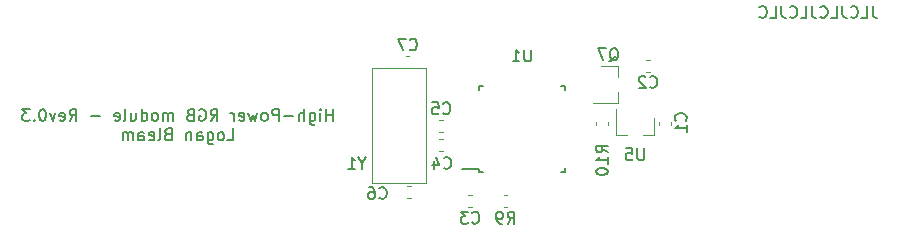
<source format=gbr>
G04 #@! TF.GenerationSoftware,KiCad,Pcbnew,(5.1.2)-2*
G04 #@! TF.CreationDate,2020-02-18T23:36:01-05:00*
G04 #@! TF.ProjectId,_autosave-AddressableLED,5f617574-6f73-4617-9665-2d4164647265,rev?*
G04 #@! TF.SameCoordinates,Original*
G04 #@! TF.FileFunction,Legend,Bot*
G04 #@! TF.FilePolarity,Positive*
%FSLAX46Y46*%
G04 Gerber Fmt 4.6, Leading zero omitted, Abs format (unit mm)*
G04 Created by KiCad (PCBNEW (5.1.2)-2) date 2020-02-18 23:36:01*
%MOMM*%
%LPD*%
G04 APERTURE LIST*
%ADD10C,0.150000*%
%ADD11C,0.120000*%
G04 APERTURE END LIST*
D10*
X169669047Y-100252380D02*
X169669047Y-100966666D01*
X169716666Y-101109523D01*
X169811904Y-101204761D01*
X169954761Y-101252380D01*
X170050000Y-101252380D01*
X168716666Y-101252380D02*
X169192857Y-101252380D01*
X169192857Y-100252380D01*
X167811904Y-101157142D02*
X167859523Y-101204761D01*
X168002380Y-101252380D01*
X168097619Y-101252380D01*
X168240476Y-101204761D01*
X168335714Y-101109523D01*
X168383333Y-101014285D01*
X168430952Y-100823809D01*
X168430952Y-100680952D01*
X168383333Y-100490476D01*
X168335714Y-100395238D01*
X168240476Y-100300000D01*
X168097619Y-100252380D01*
X168002380Y-100252380D01*
X167859523Y-100300000D01*
X167811904Y-100347619D01*
X167097619Y-100252380D02*
X167097619Y-100966666D01*
X167145238Y-101109523D01*
X167240476Y-101204761D01*
X167383333Y-101252380D01*
X167478571Y-101252380D01*
X166145238Y-101252380D02*
X166621428Y-101252380D01*
X166621428Y-100252380D01*
X165240476Y-101157142D02*
X165288095Y-101204761D01*
X165430952Y-101252380D01*
X165526190Y-101252380D01*
X165669047Y-101204761D01*
X165764285Y-101109523D01*
X165811904Y-101014285D01*
X165859523Y-100823809D01*
X165859523Y-100680952D01*
X165811904Y-100490476D01*
X165764285Y-100395238D01*
X165669047Y-100300000D01*
X165526190Y-100252380D01*
X165430952Y-100252380D01*
X165288095Y-100300000D01*
X165240476Y-100347619D01*
X164526190Y-100252380D02*
X164526190Y-100966666D01*
X164573809Y-101109523D01*
X164669047Y-101204761D01*
X164811904Y-101252380D01*
X164907142Y-101252380D01*
X163573809Y-101252380D02*
X164050000Y-101252380D01*
X164050000Y-100252380D01*
X162669047Y-101157142D02*
X162716666Y-101204761D01*
X162859523Y-101252380D01*
X162954761Y-101252380D01*
X163097619Y-101204761D01*
X163192857Y-101109523D01*
X163240476Y-101014285D01*
X163288095Y-100823809D01*
X163288095Y-100680952D01*
X163240476Y-100490476D01*
X163192857Y-100395238D01*
X163097619Y-100300000D01*
X162954761Y-100252380D01*
X162859523Y-100252380D01*
X162716666Y-100300000D01*
X162669047Y-100347619D01*
X161954761Y-100252380D02*
X161954761Y-100966666D01*
X162002380Y-101109523D01*
X162097619Y-101204761D01*
X162240476Y-101252380D01*
X162335714Y-101252380D01*
X161002380Y-101252380D02*
X161478571Y-101252380D01*
X161478571Y-100252380D01*
X160097619Y-101157142D02*
X160145238Y-101204761D01*
X160288095Y-101252380D01*
X160383333Y-101252380D01*
X160526190Y-101204761D01*
X160621428Y-101109523D01*
X160669047Y-101014285D01*
X160716666Y-100823809D01*
X160716666Y-100680952D01*
X160669047Y-100490476D01*
X160621428Y-100395238D01*
X160526190Y-100300000D01*
X160383333Y-100252380D01*
X160288095Y-100252380D01*
X160145238Y-100300000D01*
X160097619Y-100347619D01*
X123969047Y-109977380D02*
X123969047Y-108977380D01*
X123969047Y-109453571D02*
X123397619Y-109453571D01*
X123397619Y-109977380D02*
X123397619Y-108977380D01*
X122921428Y-109977380D02*
X122921428Y-109310714D01*
X122921428Y-108977380D02*
X122969047Y-109025000D01*
X122921428Y-109072619D01*
X122873809Y-109025000D01*
X122921428Y-108977380D01*
X122921428Y-109072619D01*
X122016666Y-109310714D02*
X122016666Y-110120238D01*
X122064285Y-110215476D01*
X122111904Y-110263095D01*
X122207142Y-110310714D01*
X122350000Y-110310714D01*
X122445238Y-110263095D01*
X122016666Y-109929761D02*
X122111904Y-109977380D01*
X122302380Y-109977380D01*
X122397619Y-109929761D01*
X122445238Y-109882142D01*
X122492857Y-109786904D01*
X122492857Y-109501190D01*
X122445238Y-109405952D01*
X122397619Y-109358333D01*
X122302380Y-109310714D01*
X122111904Y-109310714D01*
X122016666Y-109358333D01*
X121540476Y-109977380D02*
X121540476Y-108977380D01*
X121111904Y-109977380D02*
X121111904Y-109453571D01*
X121159523Y-109358333D01*
X121254761Y-109310714D01*
X121397619Y-109310714D01*
X121492857Y-109358333D01*
X121540476Y-109405952D01*
X120635714Y-109596428D02*
X119873809Y-109596428D01*
X119397619Y-109977380D02*
X119397619Y-108977380D01*
X119016666Y-108977380D01*
X118921428Y-109025000D01*
X118873809Y-109072619D01*
X118826190Y-109167857D01*
X118826190Y-109310714D01*
X118873809Y-109405952D01*
X118921428Y-109453571D01*
X119016666Y-109501190D01*
X119397619Y-109501190D01*
X118254761Y-109977380D02*
X118350000Y-109929761D01*
X118397619Y-109882142D01*
X118445238Y-109786904D01*
X118445238Y-109501190D01*
X118397619Y-109405952D01*
X118350000Y-109358333D01*
X118254761Y-109310714D01*
X118111904Y-109310714D01*
X118016666Y-109358333D01*
X117969047Y-109405952D01*
X117921428Y-109501190D01*
X117921428Y-109786904D01*
X117969047Y-109882142D01*
X118016666Y-109929761D01*
X118111904Y-109977380D01*
X118254761Y-109977380D01*
X117588095Y-109310714D02*
X117397619Y-109977380D01*
X117207142Y-109501190D01*
X117016666Y-109977380D01*
X116826190Y-109310714D01*
X116064285Y-109929761D02*
X116159523Y-109977380D01*
X116350000Y-109977380D01*
X116445238Y-109929761D01*
X116492857Y-109834523D01*
X116492857Y-109453571D01*
X116445238Y-109358333D01*
X116350000Y-109310714D01*
X116159523Y-109310714D01*
X116064285Y-109358333D01*
X116016666Y-109453571D01*
X116016666Y-109548809D01*
X116492857Y-109644047D01*
X115588095Y-109977380D02*
X115588095Y-109310714D01*
X115588095Y-109501190D02*
X115540476Y-109405952D01*
X115492857Y-109358333D01*
X115397619Y-109310714D01*
X115302380Y-109310714D01*
X113635714Y-109977380D02*
X113969047Y-109501190D01*
X114207142Y-109977380D02*
X114207142Y-108977380D01*
X113826190Y-108977380D01*
X113730952Y-109025000D01*
X113683333Y-109072619D01*
X113635714Y-109167857D01*
X113635714Y-109310714D01*
X113683333Y-109405952D01*
X113730952Y-109453571D01*
X113826190Y-109501190D01*
X114207142Y-109501190D01*
X112683333Y-109025000D02*
X112778571Y-108977380D01*
X112921428Y-108977380D01*
X113064285Y-109025000D01*
X113159523Y-109120238D01*
X113207142Y-109215476D01*
X113254761Y-109405952D01*
X113254761Y-109548809D01*
X113207142Y-109739285D01*
X113159523Y-109834523D01*
X113064285Y-109929761D01*
X112921428Y-109977380D01*
X112826190Y-109977380D01*
X112683333Y-109929761D01*
X112635714Y-109882142D01*
X112635714Y-109548809D01*
X112826190Y-109548809D01*
X111873809Y-109453571D02*
X111730952Y-109501190D01*
X111683333Y-109548809D01*
X111635714Y-109644047D01*
X111635714Y-109786904D01*
X111683333Y-109882142D01*
X111730952Y-109929761D01*
X111826190Y-109977380D01*
X112207142Y-109977380D01*
X112207142Y-108977380D01*
X111873809Y-108977380D01*
X111778571Y-109025000D01*
X111730952Y-109072619D01*
X111683333Y-109167857D01*
X111683333Y-109263095D01*
X111730952Y-109358333D01*
X111778571Y-109405952D01*
X111873809Y-109453571D01*
X112207142Y-109453571D01*
X110445238Y-109977380D02*
X110445238Y-109310714D01*
X110445238Y-109405952D02*
X110397619Y-109358333D01*
X110302380Y-109310714D01*
X110159523Y-109310714D01*
X110064285Y-109358333D01*
X110016666Y-109453571D01*
X110016666Y-109977380D01*
X110016666Y-109453571D02*
X109969047Y-109358333D01*
X109873809Y-109310714D01*
X109730952Y-109310714D01*
X109635714Y-109358333D01*
X109588095Y-109453571D01*
X109588095Y-109977380D01*
X108969047Y-109977380D02*
X109064285Y-109929761D01*
X109111904Y-109882142D01*
X109159523Y-109786904D01*
X109159523Y-109501190D01*
X109111904Y-109405952D01*
X109064285Y-109358333D01*
X108969047Y-109310714D01*
X108826190Y-109310714D01*
X108730952Y-109358333D01*
X108683333Y-109405952D01*
X108635714Y-109501190D01*
X108635714Y-109786904D01*
X108683333Y-109882142D01*
X108730952Y-109929761D01*
X108826190Y-109977380D01*
X108969047Y-109977380D01*
X107778571Y-109977380D02*
X107778571Y-108977380D01*
X107778571Y-109929761D02*
X107873809Y-109977380D01*
X108064285Y-109977380D01*
X108159523Y-109929761D01*
X108207142Y-109882142D01*
X108254761Y-109786904D01*
X108254761Y-109501190D01*
X108207142Y-109405952D01*
X108159523Y-109358333D01*
X108064285Y-109310714D01*
X107873809Y-109310714D01*
X107778571Y-109358333D01*
X106873809Y-109310714D02*
X106873809Y-109977380D01*
X107302380Y-109310714D02*
X107302380Y-109834523D01*
X107254761Y-109929761D01*
X107159523Y-109977380D01*
X107016666Y-109977380D01*
X106921428Y-109929761D01*
X106873809Y-109882142D01*
X106254761Y-109977380D02*
X106350000Y-109929761D01*
X106397619Y-109834523D01*
X106397619Y-108977380D01*
X105492857Y-109929761D02*
X105588095Y-109977380D01*
X105778571Y-109977380D01*
X105873809Y-109929761D01*
X105921428Y-109834523D01*
X105921428Y-109453571D01*
X105873809Y-109358333D01*
X105778571Y-109310714D01*
X105588095Y-109310714D01*
X105492857Y-109358333D01*
X105445238Y-109453571D01*
X105445238Y-109548809D01*
X105921428Y-109644047D01*
X104254761Y-109596428D02*
X103492857Y-109596428D01*
X101683333Y-109977380D02*
X102016666Y-109501190D01*
X102254761Y-109977380D02*
X102254761Y-108977380D01*
X101873809Y-108977380D01*
X101778571Y-109025000D01*
X101730952Y-109072619D01*
X101683333Y-109167857D01*
X101683333Y-109310714D01*
X101730952Y-109405952D01*
X101778571Y-109453571D01*
X101873809Y-109501190D01*
X102254761Y-109501190D01*
X100873809Y-109929761D02*
X100969047Y-109977380D01*
X101159523Y-109977380D01*
X101254761Y-109929761D01*
X101302380Y-109834523D01*
X101302380Y-109453571D01*
X101254761Y-109358333D01*
X101159523Y-109310714D01*
X100969047Y-109310714D01*
X100873809Y-109358333D01*
X100826190Y-109453571D01*
X100826190Y-109548809D01*
X101302380Y-109644047D01*
X100492857Y-109310714D02*
X100254761Y-109977380D01*
X100016666Y-109310714D01*
X99445238Y-108977380D02*
X99350000Y-108977380D01*
X99254761Y-109025000D01*
X99207142Y-109072619D01*
X99159523Y-109167857D01*
X99111904Y-109358333D01*
X99111904Y-109596428D01*
X99159523Y-109786904D01*
X99207142Y-109882142D01*
X99254761Y-109929761D01*
X99350000Y-109977380D01*
X99445238Y-109977380D01*
X99540476Y-109929761D01*
X99588095Y-109882142D01*
X99635714Y-109786904D01*
X99683333Y-109596428D01*
X99683333Y-109358333D01*
X99635714Y-109167857D01*
X99588095Y-109072619D01*
X99540476Y-109025000D01*
X99445238Y-108977380D01*
X98683333Y-109882142D02*
X98635714Y-109929761D01*
X98683333Y-109977380D01*
X98730952Y-109929761D01*
X98683333Y-109882142D01*
X98683333Y-109977380D01*
X98302380Y-108977380D02*
X97683333Y-108977380D01*
X98016666Y-109358333D01*
X97873809Y-109358333D01*
X97778571Y-109405952D01*
X97730952Y-109453571D01*
X97683333Y-109548809D01*
X97683333Y-109786904D01*
X97730952Y-109882142D01*
X97778571Y-109929761D01*
X97873809Y-109977380D01*
X98159523Y-109977380D01*
X98254761Y-109929761D01*
X98302380Y-109882142D01*
X115040476Y-111627380D02*
X115516666Y-111627380D01*
X115516666Y-110627380D01*
X114564285Y-111627380D02*
X114659523Y-111579761D01*
X114707142Y-111532142D01*
X114754761Y-111436904D01*
X114754761Y-111151190D01*
X114707142Y-111055952D01*
X114659523Y-111008333D01*
X114564285Y-110960714D01*
X114421428Y-110960714D01*
X114326190Y-111008333D01*
X114278571Y-111055952D01*
X114230952Y-111151190D01*
X114230952Y-111436904D01*
X114278571Y-111532142D01*
X114326190Y-111579761D01*
X114421428Y-111627380D01*
X114564285Y-111627380D01*
X113373809Y-110960714D02*
X113373809Y-111770238D01*
X113421428Y-111865476D01*
X113469047Y-111913095D01*
X113564285Y-111960714D01*
X113707142Y-111960714D01*
X113802380Y-111913095D01*
X113373809Y-111579761D02*
X113469047Y-111627380D01*
X113659523Y-111627380D01*
X113754761Y-111579761D01*
X113802380Y-111532142D01*
X113850000Y-111436904D01*
X113850000Y-111151190D01*
X113802380Y-111055952D01*
X113754761Y-111008333D01*
X113659523Y-110960714D01*
X113469047Y-110960714D01*
X113373809Y-111008333D01*
X112469047Y-111627380D02*
X112469047Y-111103571D01*
X112516666Y-111008333D01*
X112611904Y-110960714D01*
X112802380Y-110960714D01*
X112897619Y-111008333D01*
X112469047Y-111579761D02*
X112564285Y-111627380D01*
X112802380Y-111627380D01*
X112897619Y-111579761D01*
X112945238Y-111484523D01*
X112945238Y-111389285D01*
X112897619Y-111294047D01*
X112802380Y-111246428D01*
X112564285Y-111246428D01*
X112469047Y-111198809D01*
X111992857Y-110960714D02*
X111992857Y-111627380D01*
X111992857Y-111055952D02*
X111945238Y-111008333D01*
X111850000Y-110960714D01*
X111707142Y-110960714D01*
X111611904Y-111008333D01*
X111564285Y-111103571D01*
X111564285Y-111627380D01*
X109992857Y-111103571D02*
X109849999Y-111151190D01*
X109802380Y-111198809D01*
X109754761Y-111294047D01*
X109754761Y-111436904D01*
X109802380Y-111532142D01*
X109849999Y-111579761D01*
X109945238Y-111627380D01*
X110326190Y-111627380D01*
X110326190Y-110627380D01*
X109992857Y-110627380D01*
X109897619Y-110675000D01*
X109849999Y-110722619D01*
X109802380Y-110817857D01*
X109802380Y-110913095D01*
X109849999Y-111008333D01*
X109897619Y-111055952D01*
X109992857Y-111103571D01*
X110326190Y-111103571D01*
X109183333Y-111627380D02*
X109278571Y-111579761D01*
X109326190Y-111484523D01*
X109326190Y-110627380D01*
X108421428Y-111579761D02*
X108516666Y-111627380D01*
X108707142Y-111627380D01*
X108802380Y-111579761D01*
X108849999Y-111484523D01*
X108849999Y-111103571D01*
X108802380Y-111008333D01*
X108707142Y-110960714D01*
X108516666Y-110960714D01*
X108421428Y-111008333D01*
X108373809Y-111103571D01*
X108373809Y-111198809D01*
X108849999Y-111294047D01*
X107516666Y-111627380D02*
X107516666Y-111103571D01*
X107564285Y-111008333D01*
X107659523Y-110960714D01*
X107849999Y-110960714D01*
X107945238Y-111008333D01*
X107516666Y-111579761D02*
X107611904Y-111627380D01*
X107849999Y-111627380D01*
X107945238Y-111579761D01*
X107992857Y-111484523D01*
X107992857Y-111389285D01*
X107945238Y-111294047D01*
X107849999Y-111246428D01*
X107611904Y-111246428D01*
X107516666Y-111198809D01*
X107040476Y-111627380D02*
X107040476Y-110960714D01*
X107040476Y-111055952D02*
X106992857Y-111008333D01*
X106897619Y-110960714D01*
X106754761Y-110960714D01*
X106659523Y-111008333D01*
X106611904Y-111103571D01*
X106611904Y-111627380D01*
X106611904Y-111103571D02*
X106564285Y-111008333D01*
X106469047Y-110960714D01*
X106326190Y-110960714D01*
X106230952Y-111008333D01*
X106183333Y-111103571D01*
X106183333Y-111627380D01*
D11*
X147310000Y-110037221D02*
X147310000Y-110362779D01*
X146290000Y-110037221D02*
X146290000Y-110362779D01*
X148160000Y-105320000D02*
X146700000Y-105320000D01*
X148160000Y-108480000D02*
X146000000Y-108480000D01*
X148160000Y-108480000D02*
X148160000Y-107550000D01*
X148160000Y-105320000D02*
X148160000Y-106250000D01*
X138437221Y-116290000D02*
X138762779Y-116290000D01*
X138437221Y-117310000D02*
X138762779Y-117310000D01*
X130462779Y-105510000D02*
X130137221Y-105510000D01*
X130462779Y-104490000D02*
X130137221Y-104490000D01*
X130575279Y-116510000D02*
X130249721Y-116510000D01*
X130575279Y-115490000D02*
X130249721Y-115490000D01*
X133312779Y-110910000D02*
X132987221Y-110910000D01*
X133312779Y-109890000D02*
X132987221Y-109890000D01*
X133312779Y-112510000D02*
X132987221Y-112510000D01*
X133312779Y-111490000D02*
X132987221Y-111490000D01*
X135437221Y-116290000D02*
X135762779Y-116290000D01*
X135437221Y-117310000D02*
X135762779Y-117310000D01*
X127325000Y-105475000D02*
X127325000Y-115275000D01*
X131825000Y-105475000D02*
X127325000Y-105475000D01*
X131825000Y-115275000D02*
X131825000Y-105475000D01*
X127325000Y-115275000D02*
X131825000Y-115275000D01*
D10*
X136375000Y-114068000D02*
X134950000Y-114068000D01*
X143625000Y-114293000D02*
X143300000Y-114293000D01*
X143625000Y-107043000D02*
X143300000Y-107043000D01*
X136375000Y-107043000D02*
X136700000Y-107043000D01*
X136375000Y-114293000D02*
X136700000Y-114293000D01*
X136375000Y-107043000D02*
X136375000Y-107368000D01*
X143625000Y-107043000D02*
X143625000Y-107368000D01*
X143625000Y-114293000D02*
X143625000Y-113968000D01*
X136375000Y-114293000D02*
X136375000Y-114068000D01*
D11*
X151130000Y-111160000D02*
X151130000Y-109700000D01*
X147970000Y-111160000D02*
X147970000Y-109000000D01*
X147970000Y-111160000D02*
X148900000Y-111160000D01*
X151130000Y-111160000D02*
X150200000Y-111160000D01*
X150487221Y-104790000D02*
X150812779Y-104790000D01*
X150487221Y-105810000D02*
X150812779Y-105810000D01*
X152610000Y-110037221D02*
X152610000Y-110362779D01*
X151590000Y-110037221D02*
X151590000Y-110362779D01*
D10*
X147252380Y-112657142D02*
X146776190Y-112323809D01*
X147252380Y-112085714D02*
X146252380Y-112085714D01*
X146252380Y-112466666D01*
X146300000Y-112561904D01*
X146347619Y-112609523D01*
X146442857Y-112657142D01*
X146585714Y-112657142D01*
X146680952Y-112609523D01*
X146728571Y-112561904D01*
X146776190Y-112466666D01*
X146776190Y-112085714D01*
X147252380Y-113609523D02*
X147252380Y-113038095D01*
X147252380Y-113323809D02*
X146252380Y-113323809D01*
X146395238Y-113228571D01*
X146490476Y-113133333D01*
X146538095Y-113038095D01*
X146252380Y-114228571D02*
X146252380Y-114323809D01*
X146300000Y-114419047D01*
X146347619Y-114466666D01*
X146442857Y-114514285D01*
X146633333Y-114561904D01*
X146871428Y-114561904D01*
X147061904Y-114514285D01*
X147157142Y-114466666D01*
X147204761Y-114419047D01*
X147252380Y-114323809D01*
X147252380Y-114228571D01*
X147204761Y-114133333D01*
X147157142Y-114085714D01*
X147061904Y-114038095D01*
X146871428Y-113990476D01*
X146633333Y-113990476D01*
X146442857Y-114038095D01*
X146347619Y-114085714D01*
X146300000Y-114133333D01*
X146252380Y-114228571D01*
X147395238Y-104947619D02*
X147490476Y-104900000D01*
X147585714Y-104804761D01*
X147728571Y-104661904D01*
X147823809Y-104614285D01*
X147919047Y-104614285D01*
X147871428Y-104852380D02*
X147966666Y-104804761D01*
X148061904Y-104709523D01*
X148109523Y-104519047D01*
X148109523Y-104185714D01*
X148061904Y-103995238D01*
X147966666Y-103900000D01*
X147871428Y-103852380D01*
X147680952Y-103852380D01*
X147585714Y-103900000D01*
X147490476Y-103995238D01*
X147442857Y-104185714D01*
X147442857Y-104519047D01*
X147490476Y-104709523D01*
X147585714Y-104804761D01*
X147680952Y-104852380D01*
X147871428Y-104852380D01*
X147109523Y-103852380D02*
X146442857Y-103852380D01*
X146871428Y-104852380D01*
X138766666Y-118682380D02*
X139100000Y-118206190D01*
X139338095Y-118682380D02*
X139338095Y-117682380D01*
X138957142Y-117682380D01*
X138861904Y-117730000D01*
X138814285Y-117777619D01*
X138766666Y-117872857D01*
X138766666Y-118015714D01*
X138814285Y-118110952D01*
X138861904Y-118158571D01*
X138957142Y-118206190D01*
X139338095Y-118206190D01*
X138290476Y-118682380D02*
X138100000Y-118682380D01*
X138004761Y-118634761D01*
X137957142Y-118587142D01*
X137861904Y-118444285D01*
X137814285Y-118253809D01*
X137814285Y-117872857D01*
X137861904Y-117777619D01*
X137909523Y-117730000D01*
X138004761Y-117682380D01*
X138195238Y-117682380D01*
X138290476Y-117730000D01*
X138338095Y-117777619D01*
X138385714Y-117872857D01*
X138385714Y-118110952D01*
X138338095Y-118206190D01*
X138290476Y-118253809D01*
X138195238Y-118301428D01*
X138004761Y-118301428D01*
X137909523Y-118253809D01*
X137861904Y-118206190D01*
X137814285Y-118110952D01*
X130466666Y-103927142D02*
X130514285Y-103974761D01*
X130657142Y-104022380D01*
X130752380Y-104022380D01*
X130895238Y-103974761D01*
X130990476Y-103879523D01*
X131038095Y-103784285D01*
X131085714Y-103593809D01*
X131085714Y-103450952D01*
X131038095Y-103260476D01*
X130990476Y-103165238D01*
X130895238Y-103070000D01*
X130752380Y-103022380D01*
X130657142Y-103022380D01*
X130514285Y-103070000D01*
X130466666Y-103117619D01*
X130133333Y-103022380D02*
X129466666Y-103022380D01*
X129895238Y-104022380D01*
X127916666Y-116507142D02*
X127964285Y-116554761D01*
X128107142Y-116602380D01*
X128202380Y-116602380D01*
X128345238Y-116554761D01*
X128440476Y-116459523D01*
X128488095Y-116364285D01*
X128535714Y-116173809D01*
X128535714Y-116030952D01*
X128488095Y-115840476D01*
X128440476Y-115745238D01*
X128345238Y-115650000D01*
X128202380Y-115602380D01*
X128107142Y-115602380D01*
X127964285Y-115650000D01*
X127916666Y-115697619D01*
X127059523Y-115602380D02*
X127250000Y-115602380D01*
X127345238Y-115650000D01*
X127392857Y-115697619D01*
X127488095Y-115840476D01*
X127535714Y-116030952D01*
X127535714Y-116411904D01*
X127488095Y-116507142D01*
X127440476Y-116554761D01*
X127345238Y-116602380D01*
X127154761Y-116602380D01*
X127059523Y-116554761D01*
X127011904Y-116507142D01*
X126964285Y-116411904D01*
X126964285Y-116173809D01*
X127011904Y-116078571D01*
X127059523Y-116030952D01*
X127154761Y-115983333D01*
X127345238Y-115983333D01*
X127440476Y-116030952D01*
X127488095Y-116078571D01*
X127535714Y-116173809D01*
X133316666Y-109327142D02*
X133364285Y-109374761D01*
X133507142Y-109422380D01*
X133602380Y-109422380D01*
X133745238Y-109374761D01*
X133840476Y-109279523D01*
X133888095Y-109184285D01*
X133935714Y-108993809D01*
X133935714Y-108850952D01*
X133888095Y-108660476D01*
X133840476Y-108565238D01*
X133745238Y-108470000D01*
X133602380Y-108422380D01*
X133507142Y-108422380D01*
X133364285Y-108470000D01*
X133316666Y-108517619D01*
X132411904Y-108422380D02*
X132888095Y-108422380D01*
X132935714Y-108898571D01*
X132888095Y-108850952D01*
X132792857Y-108803333D01*
X132554761Y-108803333D01*
X132459523Y-108850952D01*
X132411904Y-108898571D01*
X132364285Y-108993809D01*
X132364285Y-109231904D01*
X132411904Y-109327142D01*
X132459523Y-109374761D01*
X132554761Y-109422380D01*
X132792857Y-109422380D01*
X132888095Y-109374761D01*
X132935714Y-109327142D01*
X133366666Y-113957142D02*
X133414285Y-114004761D01*
X133557142Y-114052380D01*
X133652380Y-114052380D01*
X133795238Y-114004761D01*
X133890476Y-113909523D01*
X133938095Y-113814285D01*
X133985714Y-113623809D01*
X133985714Y-113480952D01*
X133938095Y-113290476D01*
X133890476Y-113195238D01*
X133795238Y-113100000D01*
X133652380Y-113052380D01*
X133557142Y-113052380D01*
X133414285Y-113100000D01*
X133366666Y-113147619D01*
X132509523Y-113385714D02*
X132509523Y-114052380D01*
X132747619Y-113004761D02*
X132985714Y-113719047D01*
X132366666Y-113719047D01*
X135766666Y-118587142D02*
X135814285Y-118634761D01*
X135957142Y-118682380D01*
X136052380Y-118682380D01*
X136195238Y-118634761D01*
X136290476Y-118539523D01*
X136338095Y-118444285D01*
X136385714Y-118253809D01*
X136385714Y-118110952D01*
X136338095Y-117920476D01*
X136290476Y-117825238D01*
X136195238Y-117730000D01*
X136052380Y-117682380D01*
X135957142Y-117682380D01*
X135814285Y-117730000D01*
X135766666Y-117777619D01*
X135433333Y-117682380D02*
X134814285Y-117682380D01*
X135147619Y-118063333D01*
X135004761Y-118063333D01*
X134909523Y-118110952D01*
X134861904Y-118158571D01*
X134814285Y-118253809D01*
X134814285Y-118491904D01*
X134861904Y-118587142D01*
X134909523Y-118634761D01*
X135004761Y-118682380D01*
X135290476Y-118682380D01*
X135385714Y-118634761D01*
X135433333Y-118587142D01*
X126476190Y-113576190D02*
X126476190Y-114052380D01*
X126809523Y-113052380D02*
X126476190Y-113576190D01*
X126142857Y-113052380D01*
X125285714Y-114052380D02*
X125857142Y-114052380D01*
X125571428Y-114052380D02*
X125571428Y-113052380D01*
X125666666Y-113195238D01*
X125761904Y-113290476D01*
X125857142Y-113338095D01*
X140761904Y-103952380D02*
X140761904Y-104761904D01*
X140714285Y-104857142D01*
X140666666Y-104904761D01*
X140571428Y-104952380D01*
X140380952Y-104952380D01*
X140285714Y-104904761D01*
X140238095Y-104857142D01*
X140190476Y-104761904D01*
X140190476Y-103952380D01*
X139190476Y-104952380D02*
X139761904Y-104952380D01*
X139476190Y-104952380D02*
X139476190Y-103952380D01*
X139571428Y-104095238D01*
X139666666Y-104190476D01*
X139761904Y-104238095D01*
X150337304Y-112316180D02*
X150337304Y-113125704D01*
X150289685Y-113220942D01*
X150242066Y-113268561D01*
X150146828Y-113316180D01*
X149956352Y-113316180D01*
X149861114Y-113268561D01*
X149813495Y-113220942D01*
X149765876Y-113125704D01*
X149765876Y-112316180D01*
X148813495Y-112316180D02*
X149289685Y-112316180D01*
X149337304Y-112792371D01*
X149289685Y-112744752D01*
X149194447Y-112697133D01*
X148956352Y-112697133D01*
X148861114Y-112744752D01*
X148813495Y-112792371D01*
X148765876Y-112887609D01*
X148765876Y-113125704D01*
X148813495Y-113220942D01*
X148861114Y-113268561D01*
X148956352Y-113316180D01*
X149194447Y-113316180D01*
X149289685Y-113268561D01*
X149337304Y-113220942D01*
X150816666Y-107087142D02*
X150864285Y-107134761D01*
X151007142Y-107182380D01*
X151102380Y-107182380D01*
X151245238Y-107134761D01*
X151340476Y-107039523D01*
X151388095Y-106944285D01*
X151435714Y-106753809D01*
X151435714Y-106610952D01*
X151388095Y-106420476D01*
X151340476Y-106325238D01*
X151245238Y-106230000D01*
X151102380Y-106182380D01*
X151007142Y-106182380D01*
X150864285Y-106230000D01*
X150816666Y-106277619D01*
X150435714Y-106277619D02*
X150388095Y-106230000D01*
X150292857Y-106182380D01*
X150054761Y-106182380D01*
X149959523Y-106230000D01*
X149911904Y-106277619D01*
X149864285Y-106372857D01*
X149864285Y-106468095D01*
X149911904Y-106610952D01*
X150483333Y-107182380D01*
X149864285Y-107182380D01*
X153841442Y-109957133D02*
X153889061Y-109909514D01*
X153936680Y-109766657D01*
X153936680Y-109671419D01*
X153889061Y-109528561D01*
X153793823Y-109433323D01*
X153698585Y-109385704D01*
X153508109Y-109338085D01*
X153365252Y-109338085D01*
X153174776Y-109385704D01*
X153079538Y-109433323D01*
X152984300Y-109528561D01*
X152936680Y-109671419D01*
X152936680Y-109766657D01*
X152984300Y-109909514D01*
X153031919Y-109957133D01*
X153936680Y-110909514D02*
X153936680Y-110338085D01*
X153936680Y-110623800D02*
X152936680Y-110623800D01*
X153079538Y-110528561D01*
X153174776Y-110433323D01*
X153222395Y-110338085D01*
M02*

</source>
